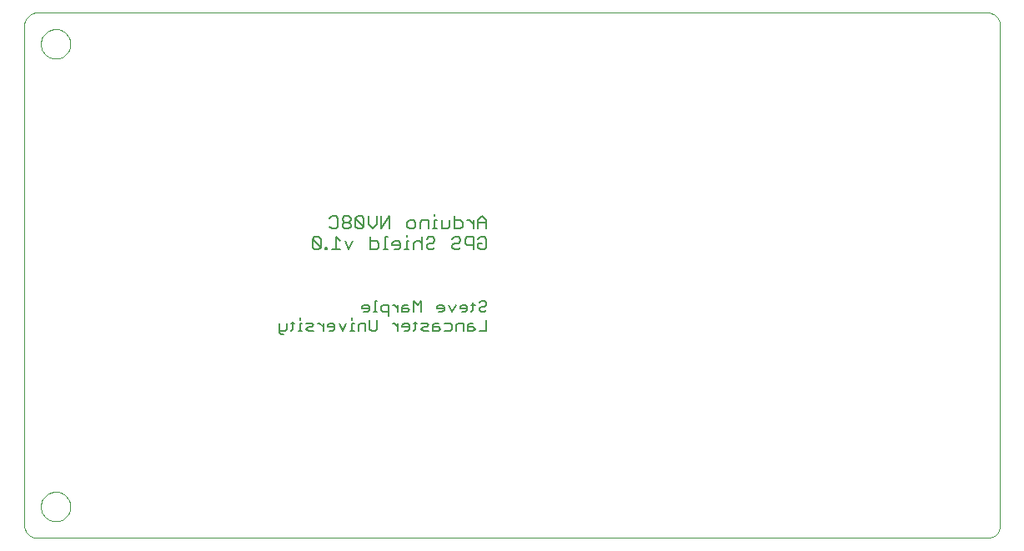
<source format=gbo>
G75*
G70*
%OFA0B0*%
%FSLAX24Y24*%
%IPPOS*%
%LPD*%
%AMOC8*
5,1,8,0,0,1.08239X$1,22.5*
%
%ADD10C,0.0000*%
%ADD11C,0.0070*%
%ADD12C,0.0060*%
D10*
X001675Y001175D02*
X039675Y001175D01*
X039719Y001177D01*
X039762Y001183D01*
X039804Y001192D01*
X039846Y001205D01*
X039886Y001222D01*
X039925Y001242D01*
X039962Y001265D01*
X039996Y001292D01*
X040029Y001321D01*
X040058Y001354D01*
X040085Y001388D01*
X040108Y001425D01*
X040128Y001464D01*
X040145Y001504D01*
X040158Y001546D01*
X040167Y001588D01*
X040173Y001631D01*
X040175Y001675D01*
X040175Y021675D01*
X040173Y021719D01*
X040167Y021762D01*
X040158Y021804D01*
X040145Y021846D01*
X040128Y021886D01*
X040108Y021925D01*
X040085Y021962D01*
X040058Y021996D01*
X040029Y022029D01*
X039996Y022058D01*
X039962Y022085D01*
X039925Y022108D01*
X039886Y022128D01*
X039846Y022145D01*
X039804Y022158D01*
X039762Y022167D01*
X039719Y022173D01*
X039675Y022175D01*
X001675Y022175D01*
X001631Y022173D01*
X001588Y022167D01*
X001546Y022158D01*
X001504Y022145D01*
X001464Y022128D01*
X001425Y022108D01*
X001388Y022085D01*
X001354Y022058D01*
X001321Y022029D01*
X001292Y021996D01*
X001265Y021962D01*
X001242Y021925D01*
X001222Y021886D01*
X001205Y021846D01*
X001192Y021804D01*
X001183Y021762D01*
X001177Y021719D01*
X001175Y021675D01*
X001175Y001675D01*
X001177Y001631D01*
X001183Y001588D01*
X001192Y001546D01*
X001205Y001504D01*
X001222Y001464D01*
X001242Y001425D01*
X001265Y001388D01*
X001292Y001354D01*
X001321Y001321D01*
X001354Y001292D01*
X001388Y001265D01*
X001425Y001242D01*
X001464Y001222D01*
X001504Y001205D01*
X001546Y001192D01*
X001588Y001183D01*
X001631Y001177D01*
X001675Y001175D01*
X001834Y002425D02*
X001836Y002473D01*
X001842Y002521D01*
X001852Y002568D01*
X001865Y002614D01*
X001883Y002659D01*
X001903Y002703D01*
X001928Y002745D01*
X001956Y002784D01*
X001986Y002821D01*
X002020Y002855D01*
X002057Y002887D01*
X002095Y002916D01*
X002136Y002941D01*
X002179Y002963D01*
X002224Y002981D01*
X002270Y002995D01*
X002317Y003006D01*
X002365Y003013D01*
X002413Y003016D01*
X002461Y003015D01*
X002509Y003010D01*
X002557Y003001D01*
X002603Y002989D01*
X002648Y002972D01*
X002692Y002952D01*
X002734Y002929D01*
X002774Y002902D01*
X002812Y002872D01*
X002847Y002839D01*
X002879Y002803D01*
X002909Y002765D01*
X002935Y002724D01*
X002957Y002681D01*
X002977Y002637D01*
X002992Y002592D01*
X003004Y002545D01*
X003012Y002497D01*
X003016Y002449D01*
X003016Y002401D01*
X003012Y002353D01*
X003004Y002305D01*
X002992Y002258D01*
X002977Y002213D01*
X002957Y002169D01*
X002935Y002126D01*
X002909Y002085D01*
X002879Y002047D01*
X002847Y002011D01*
X002812Y001978D01*
X002774Y001948D01*
X002734Y001921D01*
X002692Y001898D01*
X002648Y001878D01*
X002603Y001861D01*
X002557Y001849D01*
X002509Y001840D01*
X002461Y001835D01*
X002413Y001834D01*
X002365Y001837D01*
X002317Y001844D01*
X002270Y001855D01*
X002224Y001869D01*
X002179Y001887D01*
X002136Y001909D01*
X002095Y001934D01*
X002057Y001963D01*
X002020Y001995D01*
X001986Y002029D01*
X001956Y002066D01*
X001928Y002105D01*
X001903Y002147D01*
X001883Y002191D01*
X001865Y002236D01*
X001852Y002282D01*
X001842Y002329D01*
X001836Y002377D01*
X001834Y002425D01*
X001834Y020925D02*
X001836Y020973D01*
X001842Y021021D01*
X001852Y021068D01*
X001865Y021114D01*
X001883Y021159D01*
X001903Y021203D01*
X001928Y021245D01*
X001956Y021284D01*
X001986Y021321D01*
X002020Y021355D01*
X002057Y021387D01*
X002095Y021416D01*
X002136Y021441D01*
X002179Y021463D01*
X002224Y021481D01*
X002270Y021495D01*
X002317Y021506D01*
X002365Y021513D01*
X002413Y021516D01*
X002461Y021515D01*
X002509Y021510D01*
X002557Y021501D01*
X002603Y021489D01*
X002648Y021472D01*
X002692Y021452D01*
X002734Y021429D01*
X002774Y021402D01*
X002812Y021372D01*
X002847Y021339D01*
X002879Y021303D01*
X002909Y021265D01*
X002935Y021224D01*
X002957Y021181D01*
X002977Y021137D01*
X002992Y021092D01*
X003004Y021045D01*
X003012Y020997D01*
X003016Y020949D01*
X003016Y020901D01*
X003012Y020853D01*
X003004Y020805D01*
X002992Y020758D01*
X002977Y020713D01*
X002957Y020669D01*
X002935Y020626D01*
X002909Y020585D01*
X002879Y020547D01*
X002847Y020511D01*
X002812Y020478D01*
X002774Y020448D01*
X002734Y020421D01*
X002692Y020398D01*
X002648Y020378D01*
X002603Y020361D01*
X002557Y020349D01*
X002509Y020340D01*
X002461Y020335D01*
X002413Y020334D01*
X002365Y020337D01*
X002317Y020344D01*
X002270Y020355D01*
X002224Y020369D01*
X002179Y020387D01*
X002136Y020409D01*
X002095Y020434D01*
X002057Y020463D01*
X002020Y020495D01*
X001986Y020529D01*
X001956Y020566D01*
X001928Y020605D01*
X001903Y020647D01*
X001883Y020691D01*
X001865Y020736D01*
X001852Y020782D01*
X001842Y020829D01*
X001836Y020877D01*
X001834Y020925D01*
D11*
X013383Y013959D02*
X013465Y014040D01*
X013628Y014040D01*
X013710Y013959D01*
X013710Y013632D01*
X013628Y013550D01*
X013465Y013550D01*
X013383Y013632D01*
X013899Y013632D02*
X013981Y013550D01*
X014144Y013550D01*
X014226Y013632D01*
X014226Y013713D01*
X014144Y013795D01*
X013981Y013795D01*
X013899Y013713D01*
X013899Y013632D01*
X013981Y013795D02*
X013899Y013877D01*
X013899Y013959D01*
X013981Y014040D01*
X014144Y014040D01*
X014226Y013959D01*
X014226Y013877D01*
X014144Y013795D01*
X014414Y013959D02*
X014414Y013632D01*
X014496Y013550D01*
X014660Y013550D01*
X014741Y013632D01*
X014414Y013959D01*
X014496Y014040D01*
X014660Y014040D01*
X014741Y013959D01*
X014741Y013632D01*
X014930Y013713D02*
X014930Y014040D01*
X015257Y014040D02*
X015257Y013713D01*
X015094Y013550D01*
X014930Y013713D01*
X015446Y013550D02*
X015446Y014040D01*
X015773Y014040D02*
X015446Y013550D01*
X015773Y013550D02*
X015773Y014040D01*
X016477Y013795D02*
X016559Y013877D01*
X016722Y013877D01*
X016804Y013795D01*
X016804Y013632D01*
X016722Y013550D01*
X016559Y013550D01*
X016477Y013632D01*
X016477Y013795D01*
X016993Y013795D02*
X016993Y013550D01*
X016993Y013795D02*
X017074Y013877D01*
X017320Y013877D01*
X017320Y013550D01*
X017500Y013550D02*
X017663Y013550D01*
X017582Y013550D02*
X017582Y013877D01*
X017663Y013877D01*
X017582Y014040D02*
X017582Y014122D01*
X017852Y013877D02*
X017852Y013550D01*
X018097Y013550D01*
X018179Y013632D01*
X018179Y013877D01*
X018368Y013877D02*
X018613Y013877D01*
X018695Y013795D01*
X018695Y013632D01*
X018613Y013550D01*
X018368Y013550D01*
X018368Y014040D01*
X018879Y013877D02*
X018961Y013877D01*
X019124Y013713D01*
X019124Y013550D02*
X019124Y013877D01*
X019313Y013877D02*
X019313Y013550D01*
X019313Y013795D02*
X019640Y013795D01*
X019640Y013877D02*
X019477Y014040D01*
X019313Y013877D01*
X019640Y013877D02*
X019640Y013550D01*
X019558Y013200D02*
X019395Y013200D01*
X019313Y013119D01*
X019313Y012955D02*
X019477Y012955D01*
X019313Y012955D02*
X019313Y012792D01*
X019395Y012710D01*
X019558Y012710D01*
X019640Y012792D01*
X019640Y013119D01*
X019558Y013200D01*
X019124Y013200D02*
X018879Y013200D01*
X018797Y013119D01*
X018797Y012955D01*
X018879Y012873D01*
X019124Y012873D01*
X019124Y012710D02*
X019124Y013200D01*
X018609Y013119D02*
X018609Y013037D01*
X018527Y012955D01*
X018364Y012955D01*
X018282Y012873D01*
X018282Y012792D01*
X018364Y012710D01*
X018527Y012710D01*
X018609Y012792D01*
X018609Y013119D02*
X018527Y013200D01*
X018364Y013200D01*
X018282Y013119D01*
X017577Y013119D02*
X017577Y013037D01*
X017496Y012955D01*
X017332Y012955D01*
X017250Y012873D01*
X017250Y012792D01*
X017332Y012710D01*
X017496Y012710D01*
X017577Y012792D01*
X017062Y012710D02*
X017062Y013200D01*
X016980Y013037D02*
X016817Y013037D01*
X016735Y012955D01*
X016735Y012710D01*
X016546Y012710D02*
X016383Y012710D01*
X016464Y012710D02*
X016464Y013037D01*
X016546Y013037D01*
X016464Y013200D02*
X016464Y013282D01*
X016202Y012955D02*
X016121Y013037D01*
X015957Y013037D01*
X015875Y012955D01*
X015875Y012873D01*
X016202Y012873D01*
X016202Y012792D02*
X016202Y012955D01*
X016202Y012792D02*
X016121Y012710D01*
X015957Y012710D01*
X015687Y012710D02*
X015523Y012710D01*
X015605Y012710D02*
X015605Y013200D01*
X015687Y013200D01*
X015343Y012955D02*
X015261Y013037D01*
X015016Y013037D01*
X015016Y013200D02*
X015016Y012710D01*
X015261Y012710D01*
X015343Y012792D01*
X015343Y012955D01*
X014312Y013037D02*
X014148Y012710D01*
X013985Y013037D01*
X013796Y013037D02*
X013633Y013200D01*
X013633Y012710D01*
X013796Y012710D02*
X013469Y012710D01*
X013280Y012710D02*
X013199Y012710D01*
X013199Y012792D01*
X013280Y012792D01*
X013280Y012710D01*
X013023Y012792D02*
X012696Y013119D01*
X012696Y012792D01*
X012777Y012710D01*
X012941Y012710D01*
X013023Y012792D01*
X013023Y013119D01*
X012941Y013200D01*
X012777Y013200D01*
X012696Y013119D01*
X016980Y013037D02*
X017062Y012955D01*
X017250Y013119D02*
X017332Y013200D01*
X017496Y013200D01*
X017577Y013119D01*
D12*
X017036Y010645D02*
X016889Y010499D01*
X016743Y010645D01*
X016743Y010205D01*
X016576Y010278D02*
X016502Y010352D01*
X016282Y010352D01*
X016282Y010425D02*
X016282Y010205D01*
X016502Y010205D01*
X016576Y010278D01*
X016502Y010499D02*
X016356Y010499D01*
X016282Y010425D01*
X016115Y010352D02*
X015969Y010499D01*
X015895Y010499D01*
X015732Y010499D02*
X015511Y010499D01*
X015438Y010425D01*
X015438Y010278D01*
X015511Y010205D01*
X015732Y010205D01*
X015732Y010058D02*
X015732Y010499D01*
X016115Y010499D02*
X016115Y010205D01*
X016115Y009749D02*
X016115Y009455D01*
X016115Y009602D02*
X015969Y009749D01*
X015895Y009749D01*
X016282Y009675D02*
X016282Y009602D01*
X016576Y009602D01*
X016576Y009675D02*
X016502Y009749D01*
X016356Y009749D01*
X016282Y009675D01*
X016356Y009455D02*
X016502Y009455D01*
X016576Y009528D01*
X016576Y009675D01*
X016736Y009749D02*
X016883Y009749D01*
X016809Y009822D02*
X016809Y009528D01*
X016736Y009455D01*
X017049Y009528D02*
X017123Y009602D01*
X017270Y009602D01*
X017343Y009675D01*
X017270Y009749D01*
X017049Y009749D01*
X017049Y009528D02*
X017123Y009455D01*
X017343Y009455D01*
X017510Y009455D02*
X017510Y009675D01*
X017583Y009749D01*
X017730Y009749D01*
X017730Y009602D02*
X017510Y009602D01*
X017510Y009455D02*
X017730Y009455D01*
X017803Y009528D01*
X017730Y009602D01*
X017970Y009749D02*
X018190Y009749D01*
X018264Y009675D01*
X018264Y009528D01*
X018190Y009455D01*
X017970Y009455D01*
X018431Y009455D02*
X018431Y009675D01*
X018504Y009749D01*
X018724Y009749D01*
X018724Y009455D01*
X018891Y009455D02*
X019111Y009455D01*
X019185Y009528D01*
X019111Y009602D01*
X018891Y009602D01*
X018891Y009675D02*
X018891Y009455D01*
X018891Y009675D02*
X018964Y009749D01*
X019111Y009749D01*
X019351Y009455D02*
X019645Y009455D01*
X019645Y009895D01*
X019572Y010205D02*
X019425Y010205D01*
X019351Y010278D01*
X019351Y010352D01*
X019425Y010425D01*
X019572Y010425D01*
X019645Y010499D01*
X019645Y010572D01*
X019572Y010645D01*
X019425Y010645D01*
X019351Y010572D01*
X019185Y010499D02*
X019038Y010499D01*
X019111Y010572D02*
X019111Y010278D01*
X019038Y010205D01*
X018878Y010278D02*
X018878Y010425D01*
X018804Y010499D01*
X018657Y010499D01*
X018584Y010425D01*
X018584Y010352D01*
X018878Y010352D01*
X018878Y010278D02*
X018804Y010205D01*
X018657Y010205D01*
X018417Y010499D02*
X018270Y010205D01*
X018124Y010499D01*
X017957Y010425D02*
X017883Y010499D01*
X017737Y010499D01*
X017663Y010425D01*
X017663Y010352D01*
X017957Y010352D01*
X017957Y010425D02*
X017957Y010278D01*
X017883Y010205D01*
X017737Y010205D01*
X017036Y010205D02*
X017036Y010645D01*
X015271Y010645D02*
X015198Y010645D01*
X015198Y010205D01*
X015271Y010205D02*
X015124Y010205D01*
X014964Y010278D02*
X014891Y010205D01*
X014744Y010205D01*
X014671Y010352D02*
X014964Y010352D01*
X014964Y010425D02*
X014891Y010499D01*
X014744Y010499D01*
X014671Y010425D01*
X014671Y010352D01*
X014964Y010425D02*
X014964Y010278D01*
X014978Y009895D02*
X014978Y009528D01*
X015051Y009455D01*
X015198Y009455D01*
X015271Y009528D01*
X015271Y009895D01*
X014811Y009749D02*
X014591Y009749D01*
X014517Y009675D01*
X014517Y009455D01*
X014350Y009455D02*
X014204Y009455D01*
X014277Y009455D02*
X014277Y009749D01*
X014350Y009749D01*
X014277Y009895D02*
X014277Y009969D01*
X014044Y009749D02*
X013897Y009455D01*
X013750Y009749D01*
X013583Y009675D02*
X013583Y009528D01*
X013510Y009455D01*
X013363Y009455D01*
X013290Y009602D02*
X013583Y009602D01*
X013583Y009675D02*
X013510Y009749D01*
X013363Y009749D01*
X013290Y009675D01*
X013290Y009602D01*
X013123Y009602D02*
X012976Y009749D01*
X012903Y009749D01*
X012739Y009675D02*
X012666Y009749D01*
X012446Y009749D01*
X012519Y009602D02*
X012666Y009602D01*
X012739Y009675D01*
X012739Y009455D02*
X012519Y009455D01*
X012446Y009528D01*
X012519Y009602D01*
X012279Y009749D02*
X012205Y009749D01*
X012205Y009455D01*
X012132Y009455D02*
X012279Y009455D01*
X011898Y009528D02*
X011825Y009455D01*
X011898Y009528D02*
X011898Y009822D01*
X011972Y009749D02*
X011825Y009749D01*
X011665Y009749D02*
X011665Y009528D01*
X011591Y009455D01*
X011371Y009455D01*
X011371Y009382D02*
X011445Y009308D01*
X011518Y009308D01*
X011371Y009382D02*
X011371Y009749D01*
X012205Y009895D02*
X012205Y009969D01*
X013123Y009749D02*
X013123Y009455D01*
X014811Y009455D02*
X014811Y009749D01*
X019572Y010205D02*
X019645Y010278D01*
M02*

</source>
